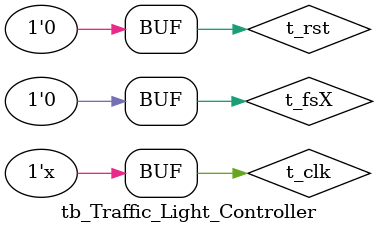
<source format=v>
`timescale 1ns/1ps

module tb_Traffic_Light_Controller;

reg t_clk;
reg t_rst;
reg t_fsX;
wire[1:0] t_hwy_TL;
wire[1:0] t_fwy_TL;

Traffic_Light_Controller t_TLC
(
	.clk(t_clk),
	.rst(t_rst),
	.farm_sensor_X(t_fsX),
	.hwy_TL(t_hwy_TL),
	.fwy_TL(t_fwy_TL)
);

initial
begin
	t_clk = 1'b1;
	t_rst = 1'b1;
	t_fsX = 1'b0;
	// ST : S0, NST : S0, hwy : GREEN, fwy : RED
end

always
begin
	#5 t_clk = ~t_clk;
end

initial
begin
	#10 t_fsX = 1'b0; t_rst = 1'b0;
	// No car in fwy
	#30 t_fsX = 1'b1; 
	// car appear in fwy
	#40 t_fsX = 1'b0;
	// car had gone in fwy
	#40 t_fsX = 1'b1;
	#5  t_fsX = 1'b0;
	// Sensor malfunction
	#25 t_fsX = 1'b1;
	// car appear in fwy
	#30 t_fsX = 1'b1; t_rst = 1'b1;
	#5  t_rst = 1'b0;
	// Lightining Strike the Controller
	#25 t_fsX = 1'b0;
	// car had gone in fwy
end

endmodule

</source>
